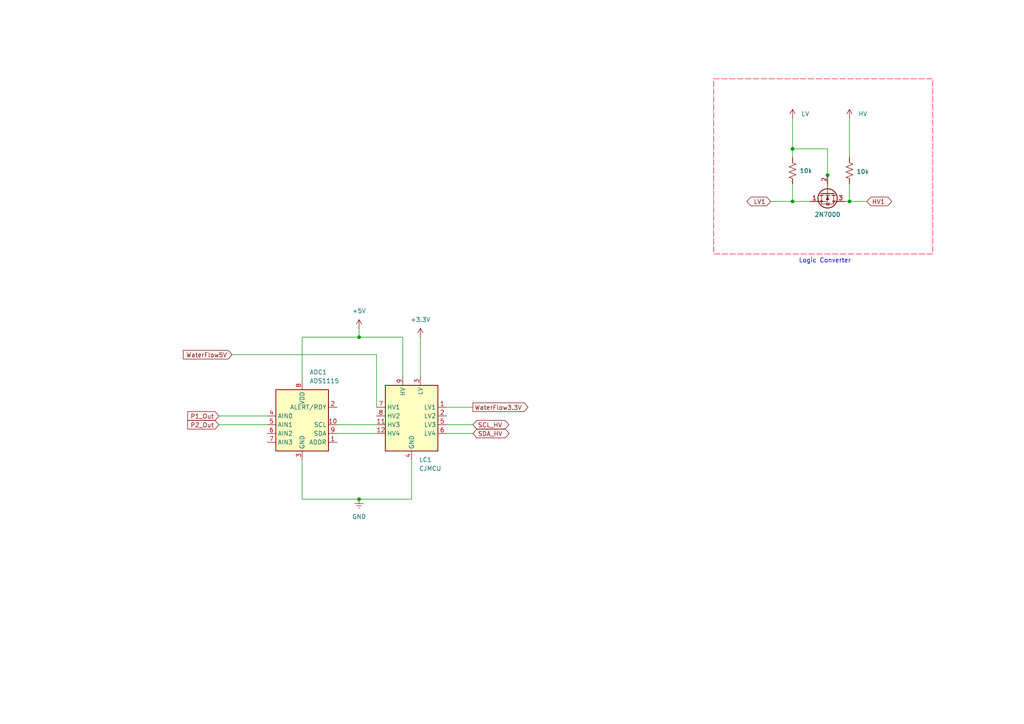
<source format=kicad_sch>
(kicad_sch (version 20250114) (generator "eeschema") (generator_version "9.0")
  (paper "A4")
  (lib_symbols
    (symbol "Analog_ADC:ADS1115IDGS"
      (property "Reference" "U" (at 2.54 13.97 0))
      (property "Value" "ADS1115IDGS" (at 7.62 11.43 0))
      (symbol "ADS1115IDGS_0_1"
        (rectangle (start -7.62 10.16) (end 7.62 -7.62) (stroke (width 0.254)) (fill (type background)))
      )
      (symbol "ADS1115IDGS_1_1"
        (pin input line (at -10.16 2.54 0) (length 2.54) (name "AIN0") (number "4"))
        (pin input line (at -10.16 0 0) (length 2.54) (name "AIN1") (number "5"))
        (pin input line (at -10.16 -2.54 0) (length 2.54) (name "AIN2") (number "6"))
        (pin input line (at -10.16 -5.08 0) (length 2.54) (name "AIN3") (number "7"))
        (pin power_in line (at 0 12.7 270) (length 2.54) (name "VDD") (number "8"))
        (pin power_in line (at 0 -10.16 90) (length 2.54) (name "GND") (number "3"))
        (pin output line (at 10.16 5.08 180) (length 2.54) (name "ALERT/RDY") (number "2"))
        (pin input line (at 10.16 0 180) (length 2.54) (name "SCL") (number "10"))
        (pin bidirectional line (at 10.16 -2.54 180) (length 2.54) (name "SDA") (number "9"))
        (pin input line (at 10.16 -5.08 180) (length 2.54) (name "ADDR") (number "1"))
      )
    )
    (symbol "Device:R_US" (pin_numbers (hide yes)) (pin_names (offset 0))
      (property "Reference" "R" (at 2.54 0 90))
      (property "Value" "R_US" (at -2.54 0 90))
      (symbol "R_US_0_1"
        (polyline (pts (xy 0 2.286) (xy 0 2.54)))
        (polyline (pts (xy 0 2.286) (xy 1.016 1.905) (xy 0 1.524) (xy -1.016 1.143) (xy 0 0.762)))
        (polyline (pts (xy 0 0.762) (xy 1.016 0.381) (xy 0 0) (xy -1.016 -0.381) (xy 0 -0.762)))
        (polyline (pts (xy 0 -0.762) (xy 1.016 -1.143) (xy 0 -1.524) (xy -1.016 -1.905) (xy 0 -2.286)))
        (polyline (pts (xy 0 -2.286) (xy 0 -2.54)))
      )
      (symbol "R_US_1_1"
        (pin passive line (at 0 3.81 270) (length 1.27) (name "~") (number "1"))
        (pin passive line (at 0 -3.81 90) (length 1.27) (name "~") (number "2"))
      )
    )
    (symbol "Logic_LevelTranslator:TXS0104ED"
      (property "Reference" "LC1" (at 2.1433 -12.7 0))
      (property "Value" "CJMCU" (at 2.1433 -15.24 0))
      (symbol "TXS0104ED_0_1"
        (rectangle (start -7.62 8.89) (end 7.62 -10.16) (stroke (width 0.254)) (fill (type background)))
      )
      (symbol "TXS0104ED_1_0"
        (pin no_connect line (at -7.62 -7.62 0) (length 2.54) (hide yes) (name "NC") (number "6"))
        (pin no_connect line (at 7.62 -7.62 180) (length 2.54) (hide yes) (name "NC") (number "9"))
      )
      (symbol "TXS0104ED_1_1"
        (pin bidirectional line (at -10.16 2.54 0) (length 2.54) (name "HV1") (number "7"))
        (pin bidirectional line (at -10.16 0 0) (length 2.54) (name "HV2") (number "8"))
        (pin bidirectional line (at -10.16 -2.54 0) (length 2.54) (name "HV3") (number "11"))
        (pin bidirectional line (at -10.16 -5.08 0) (length 2.54) (name "HV4") (number "12"))
        (pin power_in line (at -2.54 11.43 270) (length 2.54) (name "HV") (number "9"))
        (pin power_in line (at 0 -12.7 90) (length 2.54) (name "GND") (number "4"))
        (pin power_in line (at 2.54 11.43 270) (length 2.54) (name "LV") (number "3"))
        (pin bidirectional line (at 10.16 2.54 180) (length 2.54) (name "LV1") (number "1"))
        (pin bidirectional line (at 10.16 0 180) (length 2.54) (name "LV2") (number "2"))
        (pin bidirectional line (at 10.16 -2.54 180) (length 2.54) (name "LV3") (number "5"))
        (pin bidirectional line (at 10.16 -5.08 180) (length 2.54) (name "LV4") (number "6"))
      )
    )
    (symbol "Transistor_FET:2N7000" (pin_names (hide yes))
      (property "Reference" "Q" (at 5.08 1.905 0))
      (property "Value" "2N7000" (at 5.08 0 0))
      (symbol "2N7000_0_1"
        (polyline (pts (xy 0.254 1.905) (xy 0.254 -1.905)) (stroke (width 0.254)))
        (polyline (pts (xy 0.254 0) (xy -2.54 0)))
        (polyline (pts (xy 0.762 2.286) (xy 0.762 1.27)) (stroke (width 0.254)))
        (polyline (pts (xy 0.762 0.508) (xy 0.762 -0.508)) (stroke (width 0.254)))
        (polyline (pts (xy 0.762 -1.27) (xy 0.762 -2.286)) (stroke (width 0.254)))
        (polyline (pts (xy 0.762 -1.778) (xy 3.302 -1.778) (xy 3.302 1.778) (xy 0.762 1.778)))
        (polyline (pts (xy 1.016 0) (xy 2.032 0.381) (xy 2.032 -0.381) (xy 1.016 0)) (fill (type outline)))
        (circle (center 1.651 0) (radius 2.794) (stroke (width 0.254)))
        (polyline (pts (xy 2.54 2.54) (xy 2.54 1.778)))
        (circle (center 2.54 1.778) (radius 0.254) (fill (type outline)))
        (circle (center 2.54 -1.778) (radius 0.254) (fill (type outline)))
        (polyline (pts (xy 2.54 -2.54) (xy 2.54 0) (xy 0.762 0)))
        (polyline (pts (xy 2.794 0.508) (xy 2.921 0.381) (xy 3.683 0.381) (xy 3.81 0.254)))
        (polyline (pts (xy 3.302 0.381) (xy 2.921 -0.254) (xy 3.683 -0.254) (xy 3.302 0.381)))
      )
      (symbol "2N7000_1_1"
        (pin input line (at -5.08 0 0) (length 2.54) (name "G") (number "2"))
        (pin passive line (at 2.54 5.08 270) (length 2.54) (name "D") (number "3"))
        (pin passive line (at 2.54 -5.08 90) (length 2.54) (name "S") (number "1"))
      )
    )
    (symbol "power:+5V" (power) (pin_numbers (hide yes)) (pin_names (offset 0) (hide yes))
      (property "Value" "+5V" (at 0 3.556 0))
      (symbol "+5V_0_1"
        (polyline (pts (xy -0.762 1.27) (xy 0 2.54)))
        (polyline (pts (xy 0 2.54) (xy 0.762 1.27)))
        (polyline (pts (xy 0 0) (xy 0 2.54)))
      )
      (symbol "+5V_1_1"
        (pin power_in line (at 0 0 90) (length 0) (name "~") (number "1"))
      )
    )
    (symbol "power:GNDREF" (power) (pin_numbers (hide yes)) (pin_names (offset 0) (hide yes))
      (property "Value" "GNDREF" (at 0 -3.81 0))
      (symbol "GNDREF_0_1"
        (polyline (pts (xy -0.635 -1.905) (xy 0.635 -1.905)))
        (polyline (pts (xy -0.127 -2.54) (xy 0.127 -2.54)))
        (polyline (pts (xy 0 -1.27) (xy 0 0)))
        (polyline (pts (xy 1.27 -1.27) (xy -1.27 -1.27)))
      )
      (symbol "GNDREF_1_1"
        (pin power_in line (at 0 0 270) (length 0) (name "~") (number "1"))
      )
    )
  )
  (text "Logic Converter" (at 239.268 75.692 0) (effects (font (size 1.27 1.27))))
  (junction (at 229.87 43.18))
  (junction (at 229.87 58.42))
  (junction (at 246.38 58.42))
  (junction (at 240.03 50.8))
  (junction (at 104.14 97.79))
  (junction (at 104.14 144.78))
  (wire (pts (xy 229.87 34.29) (xy 229.87 43.18)))
  (wire (pts (xy 229.87 45.72) (xy 229.87 43.18)))
  (wire (pts (xy 77.47 120.65) (xy 63.5 120.65)))
  (wire (pts (xy 87.63 144.78) (xy 104.14 144.78)))
  (wire (pts (xy 97.79 125.73) (xy 109.22 125.73)))
  (wire (pts (xy 119.38 133.35) (xy 119.38 144.78)))
  (wire (pts (xy 97.79 123.19) (xy 109.22 123.19)))
  (wire (pts (xy 229.87 43.18) (xy 240.03 43.18)))
  (wire (pts (xy 87.63 97.79) (xy 87.63 110.49)))
  (wire (pts (xy 223.52 58.42) (xy 229.87 58.42)))
  (wire (pts (xy 240.03 43.18) (xy 240.03 50.8)))
  (wire (pts (xy 121.92 97.79) (xy 121.92 109.22)))
  (wire (pts (xy 246.38 34.29) (xy 246.38 45.72)))
  (wire (pts (xy 87.63 97.79) (xy 104.14 97.79)))
  (wire (pts (xy 246.38 58.42) (xy 245.11 58.42)))
  (wire (pts (xy 63.5 123.19) (xy 77.47 123.19)))
  (wire (pts (xy 116.84 97.79) (xy 116.84 109.22)))
  (wire (pts (xy 246.38 53.34) (xy 246.38 58.42)))
  (wire (pts (xy 137.16 123.19) (xy 129.54 123.19)))
  (wire (pts (xy 67.31 102.87) (xy 109.22 102.87)))
  (wire (pts (xy 137.16 118.11) (xy 129.54 118.11)))
  (wire (pts (xy 109.22 102.87) (xy 109.22 118.11)))
  (wire (pts (xy 229.87 53.34) (xy 229.87 58.42)))
  (wire (pts (xy 104.14 144.78) (xy 119.38 144.78)))
  (wire (pts (xy 104.14 97.79) (xy 116.84 97.79)))
  (wire (pts (xy 104.14 95.25) (xy 104.14 97.79)))
  (wire (pts (xy 240.03 50.8) (xy 240.03 54.61)))
  (wire (pts (xy 246.38 58.42) (xy 251.46 58.42)))
  (wire (pts (xy 229.87 58.42) (xy 234.95 58.42)))
  (wire (pts (xy 87.63 133.35) (xy 87.63 144.78)))
  (wire (pts (xy 137.16 125.73) (xy 129.54 125.73)))
  (global_label "SDA_HV" (shape bidirectional) (at 137.16 125.73 0) (property "Intersheetrefs" "${INTERSHEET_REFS}" (at 148.2113 125.73 0) (effects (justify left))))
  (global_label "SCL_HV" (shape bidirectional) (at 137.16 123.19 0) (property "Intersheetrefs" "${INTERSHEET_REFS}" (at 148.1508 123.19 0) (effects (justify left))))
  (global_label "LV1" (shape bidirectional) (at 223.52 58.42 180) (property "Intersheetrefs" "${INTERSHEET_REFS}" (at 216.0973 58.42 0) (effects (justify right))))
  (global_label "WaterFlow3.3V" (shape output) (at 137.16 118.11 0) (property "Intersheetrefs" "${INTERSHEET_REFS}" (at 153.6918 118.11 0) (effects (justify left))))
  (global_label "WaterFlow5V" (shape input) (at 67.31 102.87 180) (property "Intersheetrefs" "${INTERSHEET_REFS}" (at 52.5925 102.87 0) (effects (justify right))))
  (global_label "P1_Out" (shape input) (at 63.5 120.65 180) (property "Intersheetrefs" "${INTERSHEET_REFS}" (at 53.8625 120.65 0) (effects (justify right))))
  (global_label "HV1" (shape bidirectional) (at 251.46 58.42 0) (property "Intersheetrefs" "${INTERSHEET_REFS}" (at 259.1851 58.42 0) (effects (justify left))))
  (global_label "P2_Out" (shape input) (at 63.5 123.19 180) (property "Intersheetrefs" "${INTERSHEET_REFS}" (at 53.8625 123.19 0) (effects (justify right))))
  (rule_area (polyline (pts (xy 207.01 22.86) (xy 270.51 22.86) (xy 270.51 73.66) (xy 207.01 73.66)) (stroke (width 0) (type dash))))
  (symbol (lib_id "power:+5V") (at 229.87 34.29 0) (unit 1)
    (property "Reference" "#PWR012" (effects (hide yes)))
    (property "Value" "LV" (at 232.41 33.0199 0) (effects (justify left)))
    (property "Description" "Power symbol creates a global label with name \"+5V\"" (effects (hide yes)))
  )
  (symbol (lib_id "power:+5V") (at 246.38 34.29 0) (unit 1)
    (property "Reference" "#PWR015" (effects (hide yes)))
    (property "Value" "HV" (at 248.92 33.0199 0) (effects (justify left)))
    (property "Description" "Power symbol creates a global label with name \"+5V\"" (effects (hide yes)))
  )
  (symbol (lib_id "power:+5V") (at 121.92 97.79 0) (unit 1)
    (property "Reference" "#PWR021" (effects (hide yes)))
    (property "Value" "+3.3V" (at 121.92 92.71 0))
    (property "Description" "Power symbol creates a global label with name \"+5V\"" (effects (hide yes)))
  )
  (symbol (lib_id "Analog_ADC:ADS1115IDGS") (at 87.63 123.19 0) (unit 1)
    (property "Reference" "ADC1" (at 89.7733 107.95 0) (effects (justify left)))
    (property "Value" "ADS1115" (at 89.7733 110.49 0) (effects (justify left)))
    (property "Footprint" "Package_SO:TSSOP-10_3x3mm_P0.5mm" (effects (hide yes)))
    (property "Datasheet" "http://www.ti.com/lit/ds/symlink/ads1113.pdf" (effects (hide yes)))
    (property "Description" "Ultra-Small, Low-Power, I2C-Compatible, 860-SPS, 16-Bit ADCs With Internal Reference, Oscillator, and Programmable Comparator, VSSOP-10" (effects (hide yes)))
  )
  (symbol (lib_id "Logic_LevelTranslator:TXS0104ED") (at 119.38 120.65 0) (unit 1)
    (property "Reference" "LC1" (at 121.5233 133.35 0) (effects (justify left)))
    (property "Value" "CJMCU" (at 121.5233 135.89 0) (effects (justify left)))
    (property "Footprint" "Package_SO:SOIC-14_3.9x8.7mm_P1.27mm" (effects (hide yes)))
    (property "Datasheet" "www.ti.com/lit/ds/symlink/txs0104e.pdf" (effects (hide yes)))
    (property "Description" "Bidirectional  level-shifting voltage translator, SOIC-14" (effects (hide yes)))
  )
  (symbol (lib_id "Device:R_US") (at 229.87 49.53 0) (unit 1)
    (property "Reference" "R10" (effects (hide yes)))
    (property "Value" "10k" (at 231.902 49.53 0) (effects (justify left)))
    (property "Description" "Resistor, US symbol" (effects (hide yes)))
  )
  (symbol (lib_id "power:GNDREF") (at 104.14 144.78 0) (unit 1)
    (property "Reference" "#PWR09" (effects (hide yes)))
    (property "Value" "GND" (at 104.14 149.86 0))
    (property "Description" "Power symbol creates a global label with name \"GNDREF\" , reference supply ground" (effects (hide yes)))
  )
  (symbol (lib_id "Transistor_FET:2N7000") (at 240.03 55.88 270) (unit 1)
    (property "Reference" "Q2" (effects (hide yes)))
    (property "Value" "2N7000" (at 240.03 62.23 90))
    (property "Footprint" "Package_TO_SOT_THT:TO-92_Inline" (effects (hide yes)))
    (property "Datasheet" "https://www.vishay.com/docs/70226/70226.pdf" (effects (hide yes)))
    (property "Description" "0.2A Id, 200V Vds, N-Channel MOSFET, 2.6V Logic Level, TO-92" (effects (hide yes)))
  )
  (symbol (lib_id "Device:R_US") (at 246.38 49.53 0) (unit 1)
    (property "Reference" "R11" (effects (hide yes)))
    (property "Value" "10k" (at 248.412 49.784 0) (effects (justify left)))
    (property "Description" "Resistor, US symbol" (effects (hide yes)))
  )
  (symbol (lib_id "power:+5V") (at 104.14 95.25 0) (unit 1)
    (property "Reference" "#PWR020" (effects (hide yes)))
    (property "Value" "+5V" (at 104.14 90.17 0))
    (property "Description" "Power symbol creates a global label with name \"+5V\"" (effects (hide yes)))
  )
)
</source>
